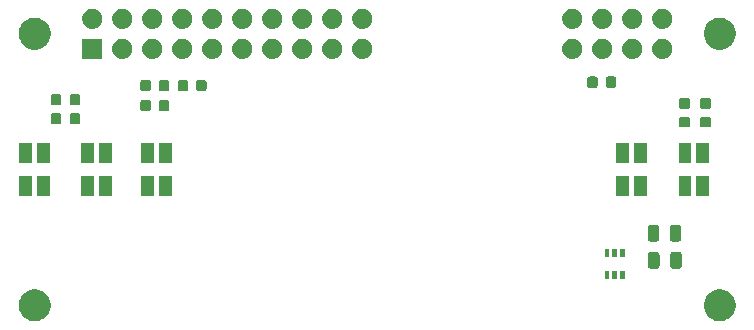
<source format=gts>
G04 #@! TF.GenerationSoftware,KiCad,Pcbnew,(5.0.2)-1*
G04 #@! TF.CreationDate,2019-03-22T12:40:45+11:00*
G04 #@! TF.ProjectId,VeinCamHatZero,5665696e-4361-46d4-9861-745a65726f2e,rev?*
G04 #@! TF.SameCoordinates,Original*
G04 #@! TF.FileFunction,Soldermask,Top*
G04 #@! TF.FilePolarity,Negative*
%FSLAX46Y46*%
G04 Gerber Fmt 4.6, Leading zero omitted, Abs format (unit mm)*
G04 Created by KiCad (PCBNEW (5.0.2)-1) date 22/03/2019 12:40:45*
%MOMM*%
%LPD*%
G01*
G04 APERTURE LIST*
%ADD10C,0.150000*%
G04 APERTURE END LIST*
D10*
G36*
X266893779Y-90201879D02*
X267139466Y-90303646D01*
X267360576Y-90451387D01*
X267548613Y-90639424D01*
X267696354Y-90860534D01*
X267798121Y-91106221D01*
X267850000Y-91367035D01*
X267850000Y-91632965D01*
X267798121Y-91893779D01*
X267696354Y-92139466D01*
X267548613Y-92360576D01*
X267360576Y-92548613D01*
X267139466Y-92696354D01*
X266893779Y-92798121D01*
X266632965Y-92850000D01*
X266367035Y-92850000D01*
X266106221Y-92798121D01*
X265860534Y-92696354D01*
X265639424Y-92548613D01*
X265451387Y-92360576D01*
X265303646Y-92139466D01*
X265201879Y-91893779D01*
X265150000Y-91632965D01*
X265150000Y-91367035D01*
X265201879Y-91106221D01*
X265303646Y-90860534D01*
X265451387Y-90639424D01*
X265639424Y-90451387D01*
X265860534Y-90303646D01*
X266106221Y-90201879D01*
X266367035Y-90150000D01*
X266632965Y-90150000D01*
X266893779Y-90201879D01*
X266893779Y-90201879D01*
G37*
G36*
X208893779Y-90201879D02*
X209139466Y-90303646D01*
X209360576Y-90451387D01*
X209548613Y-90639424D01*
X209696354Y-90860534D01*
X209798121Y-91106221D01*
X209850000Y-91367035D01*
X209850000Y-91632965D01*
X209798121Y-91893779D01*
X209696354Y-92139466D01*
X209548613Y-92360576D01*
X209360576Y-92548613D01*
X209139466Y-92696354D01*
X208893779Y-92798121D01*
X208632965Y-92850000D01*
X208367035Y-92850000D01*
X208106221Y-92798121D01*
X207860534Y-92696354D01*
X207639424Y-92548613D01*
X207451387Y-92360576D01*
X207303646Y-92139466D01*
X207201879Y-91893779D01*
X207150000Y-91632965D01*
X207150000Y-91367035D01*
X207201879Y-91106221D01*
X207303646Y-90860534D01*
X207451387Y-90639424D01*
X207639424Y-90451387D01*
X207860534Y-90303646D01*
X208106221Y-90201879D01*
X208367035Y-90150000D01*
X208632965Y-90150000D01*
X208893779Y-90201879D01*
X208893779Y-90201879D01*
G37*
G36*
X257800000Y-89275000D02*
X257400000Y-89275000D01*
X257400000Y-88625000D01*
X257800000Y-88625000D01*
X257800000Y-89275000D01*
X257800000Y-89275000D01*
G37*
G36*
X257150000Y-89275000D02*
X256750000Y-89275000D01*
X256750000Y-88625000D01*
X257150000Y-88625000D01*
X257150000Y-89275000D01*
X257150000Y-89275000D01*
G37*
G36*
X258450000Y-89275000D02*
X258050000Y-89275000D01*
X258050000Y-88625000D01*
X258450000Y-88625000D01*
X258450000Y-89275000D01*
X258450000Y-89275000D01*
G37*
G36*
X261218880Y-86994441D02*
X261259870Y-87006875D01*
X261297645Y-87027067D01*
X261330759Y-87054243D01*
X261357935Y-87087357D01*
X261378127Y-87125132D01*
X261390561Y-87166122D01*
X261395001Y-87211205D01*
X261395001Y-88168797D01*
X261390561Y-88213880D01*
X261378127Y-88254870D01*
X261357935Y-88292645D01*
X261330759Y-88325759D01*
X261297645Y-88352935D01*
X261259870Y-88373127D01*
X261218880Y-88385561D01*
X261173797Y-88390001D01*
X260641205Y-88390001D01*
X260596122Y-88385561D01*
X260555132Y-88373127D01*
X260517357Y-88352935D01*
X260484243Y-88325759D01*
X260457067Y-88292645D01*
X260436875Y-88254870D01*
X260424441Y-88213880D01*
X260420001Y-88168797D01*
X260420001Y-87211205D01*
X260424441Y-87166122D01*
X260436875Y-87125132D01*
X260457067Y-87087357D01*
X260484243Y-87054243D01*
X260517357Y-87027067D01*
X260555132Y-87006875D01*
X260596122Y-86994441D01*
X260641205Y-86990001D01*
X261173797Y-86990001D01*
X261218880Y-86994441D01*
X261218880Y-86994441D01*
G37*
G36*
X263093880Y-86994441D02*
X263134870Y-87006875D01*
X263172645Y-87027067D01*
X263205759Y-87054243D01*
X263232935Y-87087357D01*
X263253127Y-87125132D01*
X263265561Y-87166122D01*
X263270001Y-87211205D01*
X263270001Y-88168797D01*
X263265561Y-88213880D01*
X263253127Y-88254870D01*
X263232935Y-88292645D01*
X263205759Y-88325759D01*
X263172645Y-88352935D01*
X263134870Y-88373127D01*
X263093880Y-88385561D01*
X263048797Y-88390001D01*
X262516205Y-88390001D01*
X262471122Y-88385561D01*
X262430132Y-88373127D01*
X262392357Y-88352935D01*
X262359243Y-88325759D01*
X262332067Y-88292645D01*
X262311875Y-88254870D01*
X262299441Y-88213880D01*
X262295001Y-88168797D01*
X262295001Y-87211205D01*
X262299441Y-87166122D01*
X262311875Y-87125132D01*
X262332067Y-87087357D01*
X262359243Y-87054243D01*
X262392357Y-87027067D01*
X262430132Y-87006875D01*
X262471122Y-86994441D01*
X262516205Y-86990001D01*
X263048797Y-86990001D01*
X263093880Y-86994441D01*
X263093880Y-86994441D01*
G37*
G36*
X258450000Y-87375000D02*
X258050000Y-87375000D01*
X258050000Y-86725000D01*
X258450000Y-86725000D01*
X258450000Y-87375000D01*
X258450000Y-87375000D01*
G37*
G36*
X257800000Y-87375000D02*
X257400000Y-87375000D01*
X257400000Y-86725000D01*
X257800000Y-86725000D01*
X257800000Y-87375000D01*
X257800000Y-87375000D01*
G37*
G36*
X257150000Y-87375000D02*
X256750000Y-87375000D01*
X256750000Y-86725000D01*
X257150000Y-86725000D01*
X257150000Y-87375000D01*
X257150000Y-87375000D01*
G37*
G36*
X261173879Y-84704440D02*
X261214869Y-84716874D01*
X261252644Y-84737066D01*
X261285758Y-84764242D01*
X261312934Y-84797356D01*
X261333126Y-84835131D01*
X261345560Y-84876121D01*
X261350000Y-84921204D01*
X261350000Y-85878796D01*
X261345560Y-85923879D01*
X261333126Y-85964869D01*
X261312934Y-86002644D01*
X261285758Y-86035758D01*
X261252644Y-86062934D01*
X261214869Y-86083126D01*
X261173879Y-86095560D01*
X261128796Y-86100000D01*
X260596204Y-86100000D01*
X260551121Y-86095560D01*
X260510131Y-86083126D01*
X260472356Y-86062934D01*
X260439242Y-86035758D01*
X260412066Y-86002644D01*
X260391874Y-85964869D01*
X260379440Y-85923879D01*
X260375000Y-85878796D01*
X260375000Y-84921204D01*
X260379440Y-84876121D01*
X260391874Y-84835131D01*
X260412066Y-84797356D01*
X260439242Y-84764242D01*
X260472356Y-84737066D01*
X260510131Y-84716874D01*
X260551121Y-84704440D01*
X260596204Y-84700000D01*
X261128796Y-84700000D01*
X261173879Y-84704440D01*
X261173879Y-84704440D01*
G37*
G36*
X263048879Y-84704440D02*
X263089869Y-84716874D01*
X263127644Y-84737066D01*
X263160758Y-84764242D01*
X263187934Y-84797356D01*
X263208126Y-84835131D01*
X263220560Y-84876121D01*
X263225000Y-84921204D01*
X263225000Y-85878796D01*
X263220560Y-85923879D01*
X263208126Y-85964869D01*
X263187934Y-86002644D01*
X263160758Y-86035758D01*
X263127644Y-86062934D01*
X263089869Y-86083126D01*
X263048879Y-86095560D01*
X263003796Y-86100000D01*
X262471204Y-86100000D01*
X262426121Y-86095560D01*
X262385131Y-86083126D01*
X262347356Y-86062934D01*
X262314242Y-86035758D01*
X262287066Y-86002644D01*
X262266874Y-85964869D01*
X262254440Y-85923879D01*
X262250000Y-85878796D01*
X262250000Y-84921204D01*
X262254440Y-84876121D01*
X262266874Y-84835131D01*
X262287066Y-84797356D01*
X262314242Y-84764242D01*
X262347356Y-84737066D01*
X262385131Y-84716874D01*
X262426121Y-84704440D01*
X262471204Y-84700000D01*
X263003796Y-84700000D01*
X263048879Y-84704440D01*
X263048879Y-84704440D01*
G37*
G36*
X215000000Y-82250000D02*
X213900000Y-82250000D01*
X213900000Y-80550000D01*
X215000000Y-80550000D01*
X215000000Y-82250000D01*
X215000000Y-82250000D01*
G37*
G36*
X218600000Y-82250000D02*
X217500000Y-82250000D01*
X217500000Y-80550000D01*
X218600000Y-80550000D01*
X218600000Y-82250000D01*
X218600000Y-82250000D01*
G37*
G36*
X213500000Y-82250000D02*
X212400000Y-82250000D01*
X212400000Y-80550000D01*
X213500000Y-80550000D01*
X213500000Y-82250000D01*
X213500000Y-82250000D01*
G37*
G36*
X258800000Y-82250000D02*
X257700000Y-82250000D01*
X257700000Y-80550000D01*
X258800000Y-80550000D01*
X258800000Y-82250000D01*
X258800000Y-82250000D01*
G37*
G36*
X260300000Y-82250000D02*
X259200000Y-82250000D01*
X259200000Y-80550000D01*
X260300000Y-80550000D01*
X260300000Y-82250000D01*
X260300000Y-82250000D01*
G37*
G36*
X208300000Y-82250000D02*
X207200000Y-82250000D01*
X207200000Y-80550000D01*
X208300000Y-80550000D01*
X208300000Y-82250000D01*
X208300000Y-82250000D01*
G37*
G36*
X264100000Y-82250000D02*
X263000000Y-82250000D01*
X263000000Y-80550000D01*
X264100000Y-80550000D01*
X264100000Y-82250000D01*
X264100000Y-82250000D01*
G37*
G36*
X265600000Y-82250000D02*
X264500000Y-82250000D01*
X264500000Y-80550000D01*
X265600000Y-80550000D01*
X265600000Y-82250000D01*
X265600000Y-82250000D01*
G37*
G36*
X220100000Y-82250000D02*
X219000000Y-82250000D01*
X219000000Y-80550000D01*
X220100000Y-80550000D01*
X220100000Y-82250000D01*
X220100000Y-82250000D01*
G37*
G36*
X209800000Y-82250000D02*
X208700000Y-82250000D01*
X208700000Y-80550000D01*
X209800000Y-80550000D01*
X209800000Y-82250000D01*
X209800000Y-82250000D01*
G37*
G36*
X264100000Y-79450000D02*
X263000000Y-79450000D01*
X263000000Y-77750000D01*
X264100000Y-77750000D01*
X264100000Y-79450000D01*
X264100000Y-79450000D01*
G37*
G36*
X208300000Y-79450000D02*
X207200000Y-79450000D01*
X207200000Y-77750000D01*
X208300000Y-77750000D01*
X208300000Y-79450000D01*
X208300000Y-79450000D01*
G37*
G36*
X209800000Y-79450000D02*
X208700000Y-79450000D01*
X208700000Y-77750000D01*
X209800000Y-77750000D01*
X209800000Y-79450000D01*
X209800000Y-79450000D01*
G37*
G36*
X213500000Y-79450000D02*
X212400000Y-79450000D01*
X212400000Y-77750000D01*
X213500000Y-77750000D01*
X213500000Y-79450000D01*
X213500000Y-79450000D01*
G37*
G36*
X260300000Y-79450000D02*
X259200000Y-79450000D01*
X259200000Y-77750000D01*
X260300000Y-77750000D01*
X260300000Y-79450000D01*
X260300000Y-79450000D01*
G37*
G36*
X258800000Y-79450000D02*
X257700000Y-79450000D01*
X257700000Y-77750000D01*
X258800000Y-77750000D01*
X258800000Y-79450000D01*
X258800000Y-79450000D01*
G37*
G36*
X220100000Y-79450000D02*
X219000000Y-79450000D01*
X219000000Y-77750000D01*
X220100000Y-77750000D01*
X220100000Y-79450000D01*
X220100000Y-79450000D01*
G37*
G36*
X218600000Y-79450000D02*
X217500000Y-79450000D01*
X217500000Y-77750000D01*
X218600000Y-77750000D01*
X218600000Y-79450000D01*
X218600000Y-79450000D01*
G37*
G36*
X215000000Y-79450000D02*
X213900000Y-79450000D01*
X213900000Y-77750000D01*
X215000000Y-77750000D01*
X215000000Y-79450000D01*
X215000000Y-79450000D01*
G37*
G36*
X265600000Y-79450000D02*
X264500000Y-79450000D01*
X264500000Y-77750000D01*
X265600000Y-77750000D01*
X265600000Y-79450000D01*
X265600000Y-79450000D01*
G37*
G36*
X265619002Y-75553960D02*
X265655301Y-75564971D01*
X265688758Y-75582854D01*
X265718081Y-75606919D01*
X265742146Y-75636242D01*
X265760029Y-75669699D01*
X265771040Y-75705998D01*
X265775000Y-75746204D01*
X265775000Y-76228796D01*
X265771040Y-76269002D01*
X265760029Y-76305301D01*
X265742146Y-76338758D01*
X265718081Y-76368081D01*
X265688758Y-76392146D01*
X265655301Y-76410029D01*
X265619002Y-76421040D01*
X265578796Y-76425000D01*
X265021204Y-76425000D01*
X264980998Y-76421040D01*
X264944699Y-76410029D01*
X264911242Y-76392146D01*
X264881919Y-76368081D01*
X264857854Y-76338758D01*
X264839971Y-76305301D01*
X264828960Y-76269002D01*
X264825000Y-76228796D01*
X264825000Y-75746204D01*
X264828960Y-75705998D01*
X264839971Y-75669699D01*
X264857854Y-75636242D01*
X264881919Y-75606919D01*
X264911242Y-75582854D01*
X264944699Y-75564971D01*
X264980998Y-75553960D01*
X265021204Y-75550000D01*
X265578796Y-75550000D01*
X265619002Y-75553960D01*
X265619002Y-75553960D01*
G37*
G36*
X263819002Y-75553960D02*
X263855301Y-75564971D01*
X263888758Y-75582854D01*
X263918081Y-75606919D01*
X263942146Y-75636242D01*
X263960029Y-75669699D01*
X263971040Y-75705998D01*
X263975000Y-75746204D01*
X263975000Y-76228796D01*
X263971040Y-76269002D01*
X263960029Y-76305301D01*
X263942146Y-76338758D01*
X263918081Y-76368081D01*
X263888758Y-76392146D01*
X263855301Y-76410029D01*
X263819002Y-76421040D01*
X263778796Y-76425000D01*
X263221204Y-76425000D01*
X263180998Y-76421040D01*
X263144699Y-76410029D01*
X263111242Y-76392146D01*
X263081919Y-76368081D01*
X263057854Y-76338758D01*
X263039971Y-76305301D01*
X263028960Y-76269002D01*
X263025000Y-76228796D01*
X263025000Y-75746204D01*
X263028960Y-75705998D01*
X263039971Y-75669699D01*
X263057854Y-75636242D01*
X263081919Y-75606919D01*
X263111242Y-75582854D01*
X263144699Y-75564971D01*
X263180998Y-75553960D01*
X263221204Y-75550000D01*
X263778796Y-75550000D01*
X263819002Y-75553960D01*
X263819002Y-75553960D01*
G37*
G36*
X210594002Y-75228960D02*
X210630301Y-75239971D01*
X210663758Y-75257854D01*
X210693081Y-75281919D01*
X210717146Y-75311242D01*
X210735029Y-75344699D01*
X210746040Y-75380998D01*
X210750000Y-75421204D01*
X210750000Y-75978796D01*
X210746040Y-76019002D01*
X210735029Y-76055301D01*
X210717146Y-76088758D01*
X210693081Y-76118081D01*
X210663758Y-76142146D01*
X210630301Y-76160029D01*
X210594002Y-76171040D01*
X210553796Y-76175000D01*
X210071204Y-76175000D01*
X210030998Y-76171040D01*
X209994699Y-76160029D01*
X209961242Y-76142146D01*
X209931919Y-76118081D01*
X209907854Y-76088758D01*
X209889971Y-76055301D01*
X209878960Y-76019002D01*
X209875000Y-75978796D01*
X209875000Y-75421204D01*
X209878960Y-75380998D01*
X209889971Y-75344699D01*
X209907854Y-75311242D01*
X209931919Y-75281919D01*
X209961242Y-75257854D01*
X209994699Y-75239971D01*
X210030998Y-75228960D01*
X210071204Y-75225000D01*
X210553796Y-75225000D01*
X210594002Y-75228960D01*
X210594002Y-75228960D01*
G37*
G36*
X212169002Y-75228960D02*
X212205301Y-75239971D01*
X212238758Y-75257854D01*
X212268081Y-75281919D01*
X212292146Y-75311242D01*
X212310029Y-75344699D01*
X212321040Y-75380998D01*
X212325000Y-75421204D01*
X212325000Y-75978796D01*
X212321040Y-76019002D01*
X212310029Y-76055301D01*
X212292146Y-76088758D01*
X212268081Y-76118081D01*
X212238758Y-76142146D01*
X212205301Y-76160029D01*
X212169002Y-76171040D01*
X212128796Y-76175000D01*
X211646204Y-76175000D01*
X211605998Y-76171040D01*
X211569699Y-76160029D01*
X211536242Y-76142146D01*
X211506919Y-76118081D01*
X211482854Y-76088758D01*
X211464971Y-76055301D01*
X211453960Y-76019002D01*
X211450000Y-75978796D01*
X211450000Y-75421204D01*
X211453960Y-75380998D01*
X211464971Y-75344699D01*
X211482854Y-75311242D01*
X211506919Y-75281919D01*
X211536242Y-75257854D01*
X211569699Y-75239971D01*
X211605998Y-75228960D01*
X211646204Y-75225000D01*
X212128796Y-75225000D01*
X212169002Y-75228960D01*
X212169002Y-75228960D01*
G37*
G36*
X219730103Y-74128960D02*
X219766402Y-74139971D01*
X219799859Y-74157854D01*
X219829182Y-74181919D01*
X219853247Y-74211242D01*
X219871130Y-74244699D01*
X219882141Y-74280998D01*
X219886101Y-74321204D01*
X219886101Y-74878796D01*
X219882141Y-74919002D01*
X219871130Y-74955301D01*
X219853247Y-74988758D01*
X219829182Y-75018081D01*
X219799859Y-75042146D01*
X219766402Y-75060029D01*
X219730103Y-75071040D01*
X219689897Y-75075000D01*
X219207305Y-75075000D01*
X219167099Y-75071040D01*
X219130800Y-75060029D01*
X219097343Y-75042146D01*
X219068020Y-75018081D01*
X219043955Y-74988758D01*
X219026072Y-74955301D01*
X219015061Y-74919002D01*
X219011101Y-74878796D01*
X219011101Y-74321204D01*
X219015061Y-74280998D01*
X219026072Y-74244699D01*
X219043955Y-74211242D01*
X219068020Y-74181919D01*
X219097343Y-74157854D01*
X219130800Y-74139971D01*
X219167099Y-74128960D01*
X219207305Y-74125000D01*
X219689897Y-74125000D01*
X219730103Y-74128960D01*
X219730103Y-74128960D01*
G37*
G36*
X218155103Y-74128960D02*
X218191402Y-74139971D01*
X218224859Y-74157854D01*
X218254182Y-74181919D01*
X218278247Y-74211242D01*
X218296130Y-74244699D01*
X218307141Y-74280998D01*
X218311101Y-74321204D01*
X218311101Y-74878796D01*
X218307141Y-74919002D01*
X218296130Y-74955301D01*
X218278247Y-74988758D01*
X218254182Y-75018081D01*
X218224859Y-75042146D01*
X218191402Y-75060029D01*
X218155103Y-75071040D01*
X218114897Y-75075000D01*
X217632305Y-75075000D01*
X217592099Y-75071040D01*
X217555800Y-75060029D01*
X217522343Y-75042146D01*
X217493020Y-75018081D01*
X217468955Y-74988758D01*
X217451072Y-74955301D01*
X217440061Y-74919002D01*
X217436101Y-74878796D01*
X217436101Y-74321204D01*
X217440061Y-74280998D01*
X217451072Y-74244699D01*
X217468955Y-74211242D01*
X217493020Y-74181919D01*
X217522343Y-74157854D01*
X217555800Y-74139971D01*
X217592099Y-74128960D01*
X217632305Y-74125000D01*
X218114897Y-74125000D01*
X218155103Y-74128960D01*
X218155103Y-74128960D01*
G37*
G36*
X265619002Y-73978960D02*
X265655301Y-73989971D01*
X265688758Y-74007854D01*
X265718081Y-74031919D01*
X265742146Y-74061242D01*
X265760029Y-74094699D01*
X265771040Y-74130998D01*
X265775000Y-74171204D01*
X265775000Y-74653796D01*
X265771040Y-74694002D01*
X265760029Y-74730301D01*
X265742146Y-74763758D01*
X265718081Y-74793081D01*
X265688758Y-74817146D01*
X265655301Y-74835029D01*
X265619002Y-74846040D01*
X265578796Y-74850000D01*
X265021204Y-74850000D01*
X264980998Y-74846040D01*
X264944699Y-74835029D01*
X264911242Y-74817146D01*
X264881919Y-74793081D01*
X264857854Y-74763758D01*
X264839971Y-74730301D01*
X264828960Y-74694002D01*
X264825000Y-74653796D01*
X264825000Y-74171204D01*
X264828960Y-74130998D01*
X264839971Y-74094699D01*
X264857854Y-74061242D01*
X264881919Y-74031919D01*
X264911242Y-74007854D01*
X264944699Y-73989971D01*
X264980998Y-73978960D01*
X265021204Y-73975000D01*
X265578796Y-73975000D01*
X265619002Y-73978960D01*
X265619002Y-73978960D01*
G37*
G36*
X263819002Y-73978960D02*
X263855301Y-73989971D01*
X263888758Y-74007854D01*
X263918081Y-74031919D01*
X263942146Y-74061242D01*
X263960029Y-74094699D01*
X263971040Y-74130998D01*
X263975000Y-74171204D01*
X263975000Y-74653796D01*
X263971040Y-74694002D01*
X263960029Y-74730301D01*
X263942146Y-74763758D01*
X263918081Y-74793081D01*
X263888758Y-74817146D01*
X263855301Y-74835029D01*
X263819002Y-74846040D01*
X263778796Y-74850000D01*
X263221204Y-74850000D01*
X263180998Y-74846040D01*
X263144699Y-74835029D01*
X263111242Y-74817146D01*
X263081919Y-74793081D01*
X263057854Y-74763758D01*
X263039971Y-74730301D01*
X263028960Y-74694002D01*
X263025000Y-74653796D01*
X263025000Y-74171204D01*
X263028960Y-74130998D01*
X263039971Y-74094699D01*
X263057854Y-74061242D01*
X263081919Y-74031919D01*
X263111242Y-74007854D01*
X263144699Y-73989971D01*
X263180998Y-73978960D01*
X263221204Y-73975000D01*
X263778796Y-73975000D01*
X263819002Y-73978960D01*
X263819002Y-73978960D01*
G37*
G36*
X212169002Y-73628960D02*
X212205301Y-73639971D01*
X212238758Y-73657854D01*
X212268081Y-73681919D01*
X212292146Y-73711242D01*
X212310029Y-73744699D01*
X212321040Y-73780998D01*
X212325000Y-73821204D01*
X212325000Y-74378796D01*
X212321040Y-74419002D01*
X212310029Y-74455301D01*
X212292146Y-74488758D01*
X212268081Y-74518081D01*
X212238758Y-74542146D01*
X212205301Y-74560029D01*
X212169002Y-74571040D01*
X212128796Y-74575000D01*
X211646204Y-74575000D01*
X211605998Y-74571040D01*
X211569699Y-74560029D01*
X211536242Y-74542146D01*
X211506919Y-74518081D01*
X211482854Y-74488758D01*
X211464971Y-74455301D01*
X211453960Y-74419002D01*
X211450000Y-74378796D01*
X211450000Y-73821204D01*
X211453960Y-73780998D01*
X211464971Y-73744699D01*
X211482854Y-73711242D01*
X211506919Y-73681919D01*
X211536242Y-73657854D01*
X211569699Y-73639971D01*
X211605998Y-73628960D01*
X211646204Y-73625000D01*
X212128796Y-73625000D01*
X212169002Y-73628960D01*
X212169002Y-73628960D01*
G37*
G36*
X210594002Y-73628960D02*
X210630301Y-73639971D01*
X210663758Y-73657854D01*
X210693081Y-73681919D01*
X210717146Y-73711242D01*
X210735029Y-73744699D01*
X210746040Y-73780998D01*
X210750000Y-73821204D01*
X210750000Y-74378796D01*
X210746040Y-74419002D01*
X210735029Y-74455301D01*
X210717146Y-74488758D01*
X210693081Y-74518081D01*
X210663758Y-74542146D01*
X210630301Y-74560029D01*
X210594002Y-74571040D01*
X210553796Y-74575000D01*
X210071204Y-74575000D01*
X210030998Y-74571040D01*
X209994699Y-74560029D01*
X209961242Y-74542146D01*
X209931919Y-74518081D01*
X209907854Y-74488758D01*
X209889971Y-74455301D01*
X209878960Y-74419002D01*
X209875000Y-74378796D01*
X209875000Y-73821204D01*
X209878960Y-73780998D01*
X209889971Y-73744699D01*
X209907854Y-73711242D01*
X209931919Y-73681919D01*
X209961242Y-73657854D01*
X209994699Y-73639971D01*
X210030998Y-73628960D01*
X210071204Y-73625000D01*
X210553796Y-73625000D01*
X210594002Y-73628960D01*
X210594002Y-73628960D01*
G37*
G36*
X218155103Y-72428960D02*
X218191402Y-72439971D01*
X218224859Y-72457854D01*
X218254182Y-72481919D01*
X218278247Y-72511242D01*
X218296130Y-72544699D01*
X218307141Y-72580998D01*
X218311101Y-72621204D01*
X218311101Y-73178796D01*
X218307141Y-73219002D01*
X218296130Y-73255301D01*
X218278247Y-73288758D01*
X218254182Y-73318081D01*
X218224859Y-73342146D01*
X218191402Y-73360029D01*
X218155103Y-73371040D01*
X218114897Y-73375000D01*
X217632305Y-73375000D01*
X217592099Y-73371040D01*
X217555800Y-73360029D01*
X217522343Y-73342146D01*
X217493020Y-73318081D01*
X217468955Y-73288758D01*
X217451072Y-73255301D01*
X217440061Y-73219002D01*
X217436101Y-73178796D01*
X217436101Y-72621204D01*
X217440061Y-72580998D01*
X217451072Y-72544699D01*
X217468955Y-72511242D01*
X217493020Y-72481919D01*
X217522343Y-72457854D01*
X217555800Y-72439971D01*
X217592099Y-72428960D01*
X217632305Y-72425000D01*
X218114897Y-72425000D01*
X218155103Y-72428960D01*
X218155103Y-72428960D01*
G37*
G36*
X219730103Y-72428960D02*
X219766402Y-72439971D01*
X219799859Y-72457854D01*
X219829182Y-72481919D01*
X219853247Y-72511242D01*
X219871130Y-72544699D01*
X219882141Y-72580998D01*
X219886101Y-72621204D01*
X219886101Y-73178796D01*
X219882141Y-73219002D01*
X219871130Y-73255301D01*
X219853247Y-73288758D01*
X219829182Y-73318081D01*
X219799859Y-73342146D01*
X219766402Y-73360029D01*
X219730103Y-73371040D01*
X219689897Y-73375000D01*
X219207305Y-73375000D01*
X219167099Y-73371040D01*
X219130800Y-73360029D01*
X219097343Y-73342146D01*
X219068020Y-73318081D01*
X219043955Y-73288758D01*
X219026072Y-73255301D01*
X219015061Y-73219002D01*
X219011101Y-73178796D01*
X219011101Y-72621204D01*
X219015061Y-72580998D01*
X219026072Y-72544699D01*
X219043955Y-72511242D01*
X219068020Y-72481919D01*
X219097343Y-72457854D01*
X219130800Y-72439971D01*
X219167099Y-72428960D01*
X219207305Y-72425000D01*
X219689897Y-72425000D01*
X219730103Y-72428960D01*
X219730103Y-72428960D01*
G37*
G36*
X222881502Y-72428960D02*
X222917801Y-72439971D01*
X222951258Y-72457854D01*
X222980581Y-72481919D01*
X223004646Y-72511242D01*
X223022529Y-72544699D01*
X223033540Y-72580998D01*
X223037500Y-72621204D01*
X223037500Y-73178796D01*
X223033540Y-73219002D01*
X223022529Y-73255301D01*
X223004646Y-73288758D01*
X222980581Y-73318081D01*
X222951258Y-73342146D01*
X222917801Y-73360029D01*
X222881502Y-73371040D01*
X222841296Y-73375000D01*
X222358704Y-73375000D01*
X222318498Y-73371040D01*
X222282199Y-73360029D01*
X222248742Y-73342146D01*
X222219419Y-73318081D01*
X222195354Y-73288758D01*
X222177471Y-73255301D01*
X222166460Y-73219002D01*
X222162500Y-73178796D01*
X222162500Y-72621204D01*
X222166460Y-72580998D01*
X222177471Y-72544699D01*
X222195354Y-72511242D01*
X222219419Y-72481919D01*
X222248742Y-72457854D01*
X222282199Y-72439971D01*
X222318498Y-72428960D01*
X222358704Y-72425000D01*
X222841296Y-72425000D01*
X222881502Y-72428960D01*
X222881502Y-72428960D01*
G37*
G36*
X221306502Y-72428960D02*
X221342801Y-72439971D01*
X221376258Y-72457854D01*
X221405581Y-72481919D01*
X221429646Y-72511242D01*
X221447529Y-72544699D01*
X221458540Y-72580998D01*
X221462500Y-72621204D01*
X221462500Y-73178796D01*
X221458540Y-73219002D01*
X221447529Y-73255301D01*
X221429646Y-73288758D01*
X221405581Y-73318081D01*
X221376258Y-73342146D01*
X221342801Y-73360029D01*
X221306502Y-73371040D01*
X221266296Y-73375000D01*
X220783704Y-73375000D01*
X220743498Y-73371040D01*
X220707199Y-73360029D01*
X220673742Y-73342146D01*
X220644419Y-73318081D01*
X220620354Y-73288758D01*
X220602471Y-73255301D01*
X220591460Y-73219002D01*
X220587500Y-73178796D01*
X220587500Y-72621204D01*
X220591460Y-72580998D01*
X220602471Y-72544699D01*
X220620354Y-72511242D01*
X220644419Y-72481919D01*
X220673742Y-72457854D01*
X220707199Y-72439971D01*
X220743498Y-72428960D01*
X220783704Y-72425000D01*
X221266296Y-72425000D01*
X221306502Y-72428960D01*
X221306502Y-72428960D01*
G37*
G36*
X257569002Y-72128960D02*
X257605301Y-72139971D01*
X257638758Y-72157854D01*
X257668081Y-72181919D01*
X257692146Y-72211242D01*
X257710029Y-72244699D01*
X257721040Y-72280998D01*
X257725000Y-72321204D01*
X257725000Y-72878796D01*
X257721040Y-72919002D01*
X257710029Y-72955301D01*
X257692146Y-72988758D01*
X257668081Y-73018081D01*
X257638758Y-73042146D01*
X257605301Y-73060029D01*
X257569002Y-73071040D01*
X257528796Y-73075000D01*
X257046204Y-73075000D01*
X257005998Y-73071040D01*
X256969699Y-73060029D01*
X256936242Y-73042146D01*
X256906919Y-73018081D01*
X256882854Y-72988758D01*
X256864971Y-72955301D01*
X256853960Y-72919002D01*
X256850000Y-72878796D01*
X256850000Y-72321204D01*
X256853960Y-72280998D01*
X256864971Y-72244699D01*
X256882854Y-72211242D01*
X256906919Y-72181919D01*
X256936242Y-72157854D01*
X256969699Y-72139971D01*
X257005998Y-72128960D01*
X257046204Y-72125000D01*
X257528796Y-72125000D01*
X257569002Y-72128960D01*
X257569002Y-72128960D01*
G37*
G36*
X255994002Y-72128960D02*
X256030301Y-72139971D01*
X256063758Y-72157854D01*
X256093081Y-72181919D01*
X256117146Y-72211242D01*
X256135029Y-72244699D01*
X256146040Y-72280998D01*
X256150000Y-72321204D01*
X256150000Y-72878796D01*
X256146040Y-72919002D01*
X256135029Y-72955301D01*
X256117146Y-72988758D01*
X256093081Y-73018081D01*
X256063758Y-73042146D01*
X256030301Y-73060029D01*
X255994002Y-73071040D01*
X255953796Y-73075000D01*
X255471204Y-73075000D01*
X255430998Y-73071040D01*
X255394699Y-73060029D01*
X255361242Y-73042146D01*
X255331919Y-73018081D01*
X255307854Y-72988758D01*
X255289971Y-72955301D01*
X255278960Y-72919002D01*
X255275000Y-72878796D01*
X255275000Y-72321204D01*
X255278960Y-72280998D01*
X255289971Y-72244699D01*
X255307854Y-72211242D01*
X255331919Y-72181919D01*
X255361242Y-72157854D01*
X255394699Y-72139971D01*
X255430998Y-72128960D01*
X255471204Y-72125000D01*
X255953796Y-72125000D01*
X255994002Y-72128960D01*
X255994002Y-72128960D01*
G37*
G36*
X259256629Y-68932299D02*
X259379563Y-68969591D01*
X259416855Y-68980903D01*
X259470712Y-69009691D01*
X259564517Y-69059830D01*
X259693948Y-69166052D01*
X259800170Y-69295483D01*
X259850309Y-69389288D01*
X259879097Y-69443145D01*
X259879097Y-69443146D01*
X259927701Y-69603371D01*
X259944112Y-69770000D01*
X259927701Y-69936629D01*
X259890409Y-70059563D01*
X259879097Y-70096855D01*
X259850309Y-70150712D01*
X259800170Y-70244517D01*
X259693948Y-70373948D01*
X259564517Y-70480170D01*
X259470712Y-70530309D01*
X259416855Y-70559097D01*
X259379563Y-70570409D01*
X259256629Y-70607701D01*
X259131753Y-70620000D01*
X259048247Y-70620000D01*
X258923371Y-70607701D01*
X258800437Y-70570409D01*
X258763145Y-70559097D01*
X258709288Y-70530309D01*
X258615483Y-70480170D01*
X258486052Y-70373948D01*
X258379830Y-70244517D01*
X258329691Y-70150712D01*
X258300903Y-70096855D01*
X258289591Y-70059563D01*
X258252299Y-69936629D01*
X258235888Y-69770000D01*
X258252299Y-69603371D01*
X258300903Y-69443146D01*
X258300903Y-69443145D01*
X258329691Y-69389288D01*
X258379830Y-69295483D01*
X258486052Y-69166052D01*
X258615483Y-69059830D01*
X258709288Y-69009691D01*
X258763145Y-68980903D01*
X258800437Y-68969591D01*
X258923371Y-68932299D01*
X259048247Y-68920000D01*
X259131753Y-68920000D01*
X259256629Y-68932299D01*
X259256629Y-68932299D01*
G37*
G36*
X254176629Y-68932299D02*
X254299563Y-68969591D01*
X254336855Y-68980903D01*
X254390712Y-69009691D01*
X254484517Y-69059830D01*
X254613948Y-69166052D01*
X254720170Y-69295483D01*
X254770309Y-69389288D01*
X254799097Y-69443145D01*
X254799097Y-69443146D01*
X254847701Y-69603371D01*
X254864112Y-69770000D01*
X254847701Y-69936629D01*
X254810409Y-70059563D01*
X254799097Y-70096855D01*
X254770309Y-70150712D01*
X254720170Y-70244517D01*
X254613948Y-70373948D01*
X254484517Y-70480170D01*
X254390712Y-70530309D01*
X254336855Y-70559097D01*
X254299563Y-70570409D01*
X254176629Y-70607701D01*
X254051753Y-70620000D01*
X253968247Y-70620000D01*
X253843371Y-70607701D01*
X253720437Y-70570409D01*
X253683145Y-70559097D01*
X253629288Y-70530309D01*
X253535483Y-70480170D01*
X253406052Y-70373948D01*
X253299830Y-70244517D01*
X253249691Y-70150712D01*
X253220903Y-70096855D01*
X253209591Y-70059563D01*
X253172299Y-69936629D01*
X253155888Y-69770000D01*
X253172299Y-69603371D01*
X253220903Y-69443146D01*
X253220903Y-69443145D01*
X253249691Y-69389288D01*
X253299830Y-69295483D01*
X253406052Y-69166052D01*
X253535483Y-69059830D01*
X253629288Y-69009691D01*
X253683145Y-68980903D01*
X253720437Y-68969591D01*
X253843371Y-68932299D01*
X253968247Y-68920000D01*
X254051753Y-68920000D01*
X254176629Y-68932299D01*
X254176629Y-68932299D01*
G37*
G36*
X256716629Y-68932299D02*
X256839563Y-68969591D01*
X256876855Y-68980903D01*
X256930712Y-69009691D01*
X257024517Y-69059830D01*
X257153948Y-69166052D01*
X257260170Y-69295483D01*
X257310309Y-69389288D01*
X257339097Y-69443145D01*
X257339097Y-69443146D01*
X257387701Y-69603371D01*
X257404112Y-69770000D01*
X257387701Y-69936629D01*
X257350409Y-70059563D01*
X257339097Y-70096855D01*
X257310309Y-70150712D01*
X257260170Y-70244517D01*
X257153948Y-70373948D01*
X257024517Y-70480170D01*
X256930712Y-70530309D01*
X256876855Y-70559097D01*
X256839563Y-70570409D01*
X256716629Y-70607701D01*
X256591753Y-70620000D01*
X256508247Y-70620000D01*
X256383371Y-70607701D01*
X256260437Y-70570409D01*
X256223145Y-70559097D01*
X256169288Y-70530309D01*
X256075483Y-70480170D01*
X255946052Y-70373948D01*
X255839830Y-70244517D01*
X255789691Y-70150712D01*
X255760903Y-70096855D01*
X255749591Y-70059563D01*
X255712299Y-69936629D01*
X255695888Y-69770000D01*
X255712299Y-69603371D01*
X255760903Y-69443146D01*
X255760903Y-69443145D01*
X255789691Y-69389288D01*
X255839830Y-69295483D01*
X255946052Y-69166052D01*
X256075483Y-69059830D01*
X256169288Y-69009691D01*
X256223145Y-68980903D01*
X256260437Y-68969591D01*
X256383371Y-68932299D01*
X256508247Y-68920000D01*
X256591753Y-68920000D01*
X256716629Y-68932299D01*
X256716629Y-68932299D01*
G37*
G36*
X236396629Y-68932299D02*
X236519563Y-68969591D01*
X236556855Y-68980903D01*
X236610712Y-69009691D01*
X236704517Y-69059830D01*
X236833948Y-69166052D01*
X236940170Y-69295483D01*
X236990309Y-69389288D01*
X237019097Y-69443145D01*
X237019097Y-69443146D01*
X237067701Y-69603371D01*
X237084112Y-69770000D01*
X237067701Y-69936629D01*
X237030409Y-70059563D01*
X237019097Y-70096855D01*
X236990309Y-70150712D01*
X236940170Y-70244517D01*
X236833948Y-70373948D01*
X236704517Y-70480170D01*
X236610712Y-70530309D01*
X236556855Y-70559097D01*
X236519563Y-70570409D01*
X236396629Y-70607701D01*
X236271753Y-70620000D01*
X236188247Y-70620000D01*
X236063371Y-70607701D01*
X235940437Y-70570409D01*
X235903145Y-70559097D01*
X235849288Y-70530309D01*
X235755483Y-70480170D01*
X235626052Y-70373948D01*
X235519830Y-70244517D01*
X235469691Y-70150712D01*
X235440903Y-70096855D01*
X235429591Y-70059563D01*
X235392299Y-69936629D01*
X235375888Y-69770000D01*
X235392299Y-69603371D01*
X235440903Y-69443146D01*
X235440903Y-69443145D01*
X235469691Y-69389288D01*
X235519830Y-69295483D01*
X235626052Y-69166052D01*
X235755483Y-69059830D01*
X235849288Y-69009691D01*
X235903145Y-68980903D01*
X235940437Y-68969591D01*
X236063371Y-68932299D01*
X236188247Y-68920000D01*
X236271753Y-68920000D01*
X236396629Y-68932299D01*
X236396629Y-68932299D01*
G37*
G36*
X261796629Y-68932299D02*
X261919563Y-68969591D01*
X261956855Y-68980903D01*
X262010712Y-69009691D01*
X262104517Y-69059830D01*
X262233948Y-69166052D01*
X262340170Y-69295483D01*
X262390309Y-69389288D01*
X262419097Y-69443145D01*
X262419097Y-69443146D01*
X262467701Y-69603371D01*
X262484112Y-69770000D01*
X262467701Y-69936629D01*
X262430409Y-70059563D01*
X262419097Y-70096855D01*
X262390309Y-70150712D01*
X262340170Y-70244517D01*
X262233948Y-70373948D01*
X262104517Y-70480170D01*
X262010712Y-70530309D01*
X261956855Y-70559097D01*
X261919563Y-70570409D01*
X261796629Y-70607701D01*
X261671753Y-70620000D01*
X261588247Y-70620000D01*
X261463371Y-70607701D01*
X261340437Y-70570409D01*
X261303145Y-70559097D01*
X261249288Y-70530309D01*
X261155483Y-70480170D01*
X261026052Y-70373948D01*
X260919830Y-70244517D01*
X260869691Y-70150712D01*
X260840903Y-70096855D01*
X260829591Y-70059563D01*
X260792299Y-69936629D01*
X260775888Y-69770000D01*
X260792299Y-69603371D01*
X260840903Y-69443146D01*
X260840903Y-69443145D01*
X260869691Y-69389288D01*
X260919830Y-69295483D01*
X261026052Y-69166052D01*
X261155483Y-69059830D01*
X261249288Y-69009691D01*
X261303145Y-68980903D01*
X261340437Y-68969591D01*
X261463371Y-68932299D01*
X261588247Y-68920000D01*
X261671753Y-68920000D01*
X261796629Y-68932299D01*
X261796629Y-68932299D01*
G37*
G36*
X233856629Y-68932299D02*
X233979563Y-68969591D01*
X234016855Y-68980903D01*
X234070712Y-69009691D01*
X234164517Y-69059830D01*
X234293948Y-69166052D01*
X234400170Y-69295483D01*
X234450309Y-69389288D01*
X234479097Y-69443145D01*
X234479097Y-69443146D01*
X234527701Y-69603371D01*
X234544112Y-69770000D01*
X234527701Y-69936629D01*
X234490409Y-70059563D01*
X234479097Y-70096855D01*
X234450309Y-70150712D01*
X234400170Y-70244517D01*
X234293948Y-70373948D01*
X234164517Y-70480170D01*
X234070712Y-70530309D01*
X234016855Y-70559097D01*
X233979563Y-70570409D01*
X233856629Y-70607701D01*
X233731753Y-70620000D01*
X233648247Y-70620000D01*
X233523371Y-70607701D01*
X233400437Y-70570409D01*
X233363145Y-70559097D01*
X233309288Y-70530309D01*
X233215483Y-70480170D01*
X233086052Y-70373948D01*
X232979830Y-70244517D01*
X232929691Y-70150712D01*
X232900903Y-70096855D01*
X232889591Y-70059563D01*
X232852299Y-69936629D01*
X232835888Y-69770000D01*
X232852299Y-69603371D01*
X232900903Y-69443146D01*
X232900903Y-69443145D01*
X232929691Y-69389288D01*
X232979830Y-69295483D01*
X233086052Y-69166052D01*
X233215483Y-69059830D01*
X233309288Y-69009691D01*
X233363145Y-68980903D01*
X233400437Y-68969591D01*
X233523371Y-68932299D01*
X233648247Y-68920000D01*
X233731753Y-68920000D01*
X233856629Y-68932299D01*
X233856629Y-68932299D01*
G37*
G36*
X231316629Y-68932299D02*
X231439563Y-68969591D01*
X231476855Y-68980903D01*
X231530712Y-69009691D01*
X231624517Y-69059830D01*
X231753948Y-69166052D01*
X231860170Y-69295483D01*
X231910309Y-69389288D01*
X231939097Y-69443145D01*
X231939097Y-69443146D01*
X231987701Y-69603371D01*
X232004112Y-69770000D01*
X231987701Y-69936629D01*
X231950409Y-70059563D01*
X231939097Y-70096855D01*
X231910309Y-70150712D01*
X231860170Y-70244517D01*
X231753948Y-70373948D01*
X231624517Y-70480170D01*
X231530712Y-70530309D01*
X231476855Y-70559097D01*
X231439563Y-70570409D01*
X231316629Y-70607701D01*
X231191753Y-70620000D01*
X231108247Y-70620000D01*
X230983371Y-70607701D01*
X230860437Y-70570409D01*
X230823145Y-70559097D01*
X230769288Y-70530309D01*
X230675483Y-70480170D01*
X230546052Y-70373948D01*
X230439830Y-70244517D01*
X230389691Y-70150712D01*
X230360903Y-70096855D01*
X230349591Y-70059563D01*
X230312299Y-69936629D01*
X230295888Y-69770000D01*
X230312299Y-69603371D01*
X230360903Y-69443146D01*
X230360903Y-69443145D01*
X230389691Y-69389288D01*
X230439830Y-69295483D01*
X230546052Y-69166052D01*
X230675483Y-69059830D01*
X230769288Y-69009691D01*
X230823145Y-68980903D01*
X230860437Y-68969591D01*
X230983371Y-68932299D01*
X231108247Y-68920000D01*
X231191753Y-68920000D01*
X231316629Y-68932299D01*
X231316629Y-68932299D01*
G37*
G36*
X221156629Y-68932299D02*
X221279563Y-68969591D01*
X221316855Y-68980903D01*
X221370712Y-69009691D01*
X221464517Y-69059830D01*
X221593948Y-69166052D01*
X221700170Y-69295483D01*
X221750309Y-69389288D01*
X221779097Y-69443145D01*
X221779097Y-69443146D01*
X221827701Y-69603371D01*
X221844112Y-69770000D01*
X221827701Y-69936629D01*
X221790409Y-70059563D01*
X221779097Y-70096855D01*
X221750309Y-70150712D01*
X221700170Y-70244517D01*
X221593948Y-70373948D01*
X221464517Y-70480170D01*
X221370712Y-70530309D01*
X221316855Y-70559097D01*
X221279563Y-70570409D01*
X221156629Y-70607701D01*
X221031753Y-70620000D01*
X220948247Y-70620000D01*
X220823371Y-70607701D01*
X220700437Y-70570409D01*
X220663145Y-70559097D01*
X220609288Y-70530309D01*
X220515483Y-70480170D01*
X220386052Y-70373948D01*
X220279830Y-70244517D01*
X220229691Y-70150712D01*
X220200903Y-70096855D01*
X220189591Y-70059563D01*
X220152299Y-69936629D01*
X220135888Y-69770000D01*
X220152299Y-69603371D01*
X220200903Y-69443146D01*
X220200903Y-69443145D01*
X220229691Y-69389288D01*
X220279830Y-69295483D01*
X220386052Y-69166052D01*
X220515483Y-69059830D01*
X220609288Y-69009691D01*
X220663145Y-68980903D01*
X220700437Y-68969591D01*
X220823371Y-68932299D01*
X220948247Y-68920000D01*
X221031753Y-68920000D01*
X221156629Y-68932299D01*
X221156629Y-68932299D01*
G37*
G36*
X218616629Y-68932299D02*
X218739563Y-68969591D01*
X218776855Y-68980903D01*
X218830712Y-69009691D01*
X218924517Y-69059830D01*
X219053948Y-69166052D01*
X219160170Y-69295483D01*
X219210309Y-69389288D01*
X219239097Y-69443145D01*
X219239097Y-69443146D01*
X219287701Y-69603371D01*
X219304112Y-69770000D01*
X219287701Y-69936629D01*
X219250409Y-70059563D01*
X219239097Y-70096855D01*
X219210309Y-70150712D01*
X219160170Y-70244517D01*
X219053948Y-70373948D01*
X218924517Y-70480170D01*
X218830712Y-70530309D01*
X218776855Y-70559097D01*
X218739563Y-70570409D01*
X218616629Y-70607701D01*
X218491753Y-70620000D01*
X218408247Y-70620000D01*
X218283371Y-70607701D01*
X218160437Y-70570409D01*
X218123145Y-70559097D01*
X218069288Y-70530309D01*
X217975483Y-70480170D01*
X217846052Y-70373948D01*
X217739830Y-70244517D01*
X217689691Y-70150712D01*
X217660903Y-70096855D01*
X217649591Y-70059563D01*
X217612299Y-69936629D01*
X217595888Y-69770000D01*
X217612299Y-69603371D01*
X217660903Y-69443146D01*
X217660903Y-69443145D01*
X217689691Y-69389288D01*
X217739830Y-69295483D01*
X217846052Y-69166052D01*
X217975483Y-69059830D01*
X218069288Y-69009691D01*
X218123145Y-68980903D01*
X218160437Y-68969591D01*
X218283371Y-68932299D01*
X218408247Y-68920000D01*
X218491753Y-68920000D01*
X218616629Y-68932299D01*
X218616629Y-68932299D01*
G37*
G36*
X226236629Y-68932299D02*
X226359563Y-68969591D01*
X226396855Y-68980903D01*
X226450712Y-69009691D01*
X226544517Y-69059830D01*
X226673948Y-69166052D01*
X226780170Y-69295483D01*
X226830309Y-69389288D01*
X226859097Y-69443145D01*
X226859097Y-69443146D01*
X226907701Y-69603371D01*
X226924112Y-69770000D01*
X226907701Y-69936629D01*
X226870409Y-70059563D01*
X226859097Y-70096855D01*
X226830309Y-70150712D01*
X226780170Y-70244517D01*
X226673948Y-70373948D01*
X226544517Y-70480170D01*
X226450712Y-70530309D01*
X226396855Y-70559097D01*
X226359563Y-70570409D01*
X226236629Y-70607701D01*
X226111753Y-70620000D01*
X226028247Y-70620000D01*
X225903371Y-70607701D01*
X225780437Y-70570409D01*
X225743145Y-70559097D01*
X225689288Y-70530309D01*
X225595483Y-70480170D01*
X225466052Y-70373948D01*
X225359830Y-70244517D01*
X225309691Y-70150712D01*
X225280903Y-70096855D01*
X225269591Y-70059563D01*
X225232299Y-69936629D01*
X225215888Y-69770000D01*
X225232299Y-69603371D01*
X225280903Y-69443146D01*
X225280903Y-69443145D01*
X225309691Y-69389288D01*
X225359830Y-69295483D01*
X225466052Y-69166052D01*
X225595483Y-69059830D01*
X225689288Y-69009691D01*
X225743145Y-68980903D01*
X225780437Y-68969591D01*
X225903371Y-68932299D01*
X226028247Y-68920000D01*
X226111753Y-68920000D01*
X226236629Y-68932299D01*
X226236629Y-68932299D01*
G37*
G36*
X216076629Y-68932299D02*
X216199563Y-68969591D01*
X216236855Y-68980903D01*
X216290712Y-69009691D01*
X216384517Y-69059830D01*
X216513948Y-69166052D01*
X216620170Y-69295483D01*
X216670309Y-69389288D01*
X216699097Y-69443145D01*
X216699097Y-69443146D01*
X216747701Y-69603371D01*
X216764112Y-69770000D01*
X216747701Y-69936629D01*
X216710409Y-70059563D01*
X216699097Y-70096855D01*
X216670309Y-70150712D01*
X216620170Y-70244517D01*
X216513948Y-70373948D01*
X216384517Y-70480170D01*
X216290712Y-70530309D01*
X216236855Y-70559097D01*
X216199563Y-70570409D01*
X216076629Y-70607701D01*
X215951753Y-70620000D01*
X215868247Y-70620000D01*
X215743371Y-70607701D01*
X215620437Y-70570409D01*
X215583145Y-70559097D01*
X215529288Y-70530309D01*
X215435483Y-70480170D01*
X215306052Y-70373948D01*
X215199830Y-70244517D01*
X215149691Y-70150712D01*
X215120903Y-70096855D01*
X215109591Y-70059563D01*
X215072299Y-69936629D01*
X215055888Y-69770000D01*
X215072299Y-69603371D01*
X215120903Y-69443146D01*
X215120903Y-69443145D01*
X215149691Y-69389288D01*
X215199830Y-69295483D01*
X215306052Y-69166052D01*
X215435483Y-69059830D01*
X215529288Y-69009691D01*
X215583145Y-68980903D01*
X215620437Y-68969591D01*
X215743371Y-68932299D01*
X215868247Y-68920000D01*
X215951753Y-68920000D01*
X216076629Y-68932299D01*
X216076629Y-68932299D01*
G37*
G36*
X228776629Y-68932299D02*
X228899563Y-68969591D01*
X228936855Y-68980903D01*
X228990712Y-69009691D01*
X229084517Y-69059830D01*
X229213948Y-69166052D01*
X229320170Y-69295483D01*
X229370309Y-69389288D01*
X229399097Y-69443145D01*
X229399097Y-69443146D01*
X229447701Y-69603371D01*
X229464112Y-69770000D01*
X229447701Y-69936629D01*
X229410409Y-70059563D01*
X229399097Y-70096855D01*
X229370309Y-70150712D01*
X229320170Y-70244517D01*
X229213948Y-70373948D01*
X229084517Y-70480170D01*
X228990712Y-70530309D01*
X228936855Y-70559097D01*
X228899563Y-70570409D01*
X228776629Y-70607701D01*
X228651753Y-70620000D01*
X228568247Y-70620000D01*
X228443371Y-70607701D01*
X228320437Y-70570409D01*
X228283145Y-70559097D01*
X228229288Y-70530309D01*
X228135483Y-70480170D01*
X228006052Y-70373948D01*
X227899830Y-70244517D01*
X227849691Y-70150712D01*
X227820903Y-70096855D01*
X227809591Y-70059563D01*
X227772299Y-69936629D01*
X227755888Y-69770000D01*
X227772299Y-69603371D01*
X227820903Y-69443146D01*
X227820903Y-69443145D01*
X227849691Y-69389288D01*
X227899830Y-69295483D01*
X228006052Y-69166052D01*
X228135483Y-69059830D01*
X228229288Y-69009691D01*
X228283145Y-68980903D01*
X228320437Y-68969591D01*
X228443371Y-68932299D01*
X228568247Y-68920000D01*
X228651753Y-68920000D01*
X228776629Y-68932299D01*
X228776629Y-68932299D01*
G37*
G36*
X214220000Y-70620000D02*
X212520000Y-70620000D01*
X212520000Y-68920000D01*
X214220000Y-68920000D01*
X214220000Y-70620000D01*
X214220000Y-70620000D01*
G37*
G36*
X223696629Y-68932299D02*
X223819563Y-68969591D01*
X223856855Y-68980903D01*
X223910712Y-69009691D01*
X224004517Y-69059830D01*
X224133948Y-69166052D01*
X224240170Y-69295483D01*
X224290309Y-69389288D01*
X224319097Y-69443145D01*
X224319097Y-69443146D01*
X224367701Y-69603371D01*
X224384112Y-69770000D01*
X224367701Y-69936629D01*
X224330409Y-70059563D01*
X224319097Y-70096855D01*
X224290309Y-70150712D01*
X224240170Y-70244517D01*
X224133948Y-70373948D01*
X224004517Y-70480170D01*
X223910712Y-70530309D01*
X223856855Y-70559097D01*
X223819563Y-70570409D01*
X223696629Y-70607701D01*
X223571753Y-70620000D01*
X223488247Y-70620000D01*
X223363371Y-70607701D01*
X223240437Y-70570409D01*
X223203145Y-70559097D01*
X223149288Y-70530309D01*
X223055483Y-70480170D01*
X222926052Y-70373948D01*
X222819830Y-70244517D01*
X222769691Y-70150712D01*
X222740903Y-70096855D01*
X222729591Y-70059563D01*
X222692299Y-69936629D01*
X222675888Y-69770000D01*
X222692299Y-69603371D01*
X222740903Y-69443146D01*
X222740903Y-69443145D01*
X222769691Y-69389288D01*
X222819830Y-69295483D01*
X222926052Y-69166052D01*
X223055483Y-69059830D01*
X223149288Y-69009691D01*
X223203145Y-68980903D01*
X223240437Y-68969591D01*
X223363371Y-68932299D01*
X223488247Y-68920000D01*
X223571753Y-68920000D01*
X223696629Y-68932299D01*
X223696629Y-68932299D01*
G37*
G36*
X266893779Y-67201879D02*
X267139466Y-67303646D01*
X267360576Y-67451387D01*
X267548613Y-67639424D01*
X267696354Y-67860534D01*
X267798121Y-68106221D01*
X267850000Y-68367035D01*
X267850000Y-68632965D01*
X267798121Y-68893779D01*
X267696354Y-69139466D01*
X267548613Y-69360576D01*
X267360576Y-69548613D01*
X267139466Y-69696354D01*
X266893779Y-69798121D01*
X266632965Y-69850000D01*
X266367035Y-69850000D01*
X266106221Y-69798121D01*
X265860534Y-69696354D01*
X265639424Y-69548613D01*
X265451387Y-69360576D01*
X265303646Y-69139466D01*
X265201879Y-68893779D01*
X265150000Y-68632965D01*
X265150000Y-68367035D01*
X265201879Y-68106221D01*
X265303646Y-67860534D01*
X265451387Y-67639424D01*
X265639424Y-67451387D01*
X265860534Y-67303646D01*
X266106221Y-67201879D01*
X266367035Y-67150000D01*
X266632965Y-67150000D01*
X266893779Y-67201879D01*
X266893779Y-67201879D01*
G37*
G36*
X208893779Y-67201879D02*
X209139466Y-67303646D01*
X209360576Y-67451387D01*
X209548613Y-67639424D01*
X209696354Y-67860534D01*
X209798121Y-68106221D01*
X209850000Y-68367035D01*
X209850000Y-68632965D01*
X209798121Y-68893779D01*
X209696354Y-69139466D01*
X209548613Y-69360576D01*
X209360576Y-69548613D01*
X209139466Y-69696354D01*
X208893779Y-69798121D01*
X208632965Y-69850000D01*
X208367035Y-69850000D01*
X208106221Y-69798121D01*
X207860534Y-69696354D01*
X207639424Y-69548613D01*
X207451387Y-69360576D01*
X207303646Y-69139466D01*
X207201879Y-68893779D01*
X207150000Y-68632965D01*
X207150000Y-68367035D01*
X207201879Y-68106221D01*
X207303646Y-67860534D01*
X207451387Y-67639424D01*
X207639424Y-67451387D01*
X207860534Y-67303646D01*
X208106221Y-67201879D01*
X208367035Y-67150000D01*
X208632965Y-67150000D01*
X208893779Y-67201879D01*
X208893779Y-67201879D01*
G37*
G36*
X261796629Y-66392299D02*
X261919563Y-66429591D01*
X261956855Y-66440903D01*
X262010712Y-66469691D01*
X262104517Y-66519830D01*
X262233948Y-66626052D01*
X262340170Y-66755483D01*
X262390309Y-66849288D01*
X262419097Y-66903145D01*
X262419097Y-66903146D01*
X262467701Y-67063371D01*
X262484112Y-67230000D01*
X262467701Y-67396629D01*
X262451090Y-67451387D01*
X262419097Y-67556855D01*
X262390309Y-67610712D01*
X262340170Y-67704517D01*
X262233948Y-67833948D01*
X262104517Y-67940170D01*
X262010712Y-67990309D01*
X261956855Y-68019097D01*
X261919563Y-68030409D01*
X261796629Y-68067701D01*
X261671753Y-68080000D01*
X261588247Y-68080000D01*
X261463371Y-68067701D01*
X261340437Y-68030409D01*
X261303145Y-68019097D01*
X261249288Y-67990309D01*
X261155483Y-67940170D01*
X261026052Y-67833948D01*
X260919830Y-67704517D01*
X260869691Y-67610712D01*
X260840903Y-67556855D01*
X260808910Y-67451387D01*
X260792299Y-67396629D01*
X260775888Y-67230000D01*
X260792299Y-67063371D01*
X260840903Y-66903146D01*
X260840903Y-66903145D01*
X260869691Y-66849288D01*
X260919830Y-66755483D01*
X261026052Y-66626052D01*
X261155483Y-66519830D01*
X261249288Y-66469691D01*
X261303145Y-66440903D01*
X261340437Y-66429591D01*
X261463371Y-66392299D01*
X261588247Y-66380000D01*
X261671753Y-66380000D01*
X261796629Y-66392299D01*
X261796629Y-66392299D01*
G37*
G36*
X259256629Y-66392299D02*
X259379563Y-66429591D01*
X259416855Y-66440903D01*
X259470712Y-66469691D01*
X259564517Y-66519830D01*
X259693948Y-66626052D01*
X259800170Y-66755483D01*
X259850309Y-66849288D01*
X259879097Y-66903145D01*
X259879097Y-66903146D01*
X259927701Y-67063371D01*
X259944112Y-67230000D01*
X259927701Y-67396629D01*
X259911090Y-67451387D01*
X259879097Y-67556855D01*
X259850309Y-67610712D01*
X259800170Y-67704517D01*
X259693948Y-67833948D01*
X259564517Y-67940170D01*
X259470712Y-67990309D01*
X259416855Y-68019097D01*
X259379563Y-68030409D01*
X259256629Y-68067701D01*
X259131753Y-68080000D01*
X259048247Y-68080000D01*
X258923371Y-68067701D01*
X258800437Y-68030409D01*
X258763145Y-68019097D01*
X258709288Y-67990309D01*
X258615483Y-67940170D01*
X258486052Y-67833948D01*
X258379830Y-67704517D01*
X258329691Y-67610712D01*
X258300903Y-67556855D01*
X258268910Y-67451387D01*
X258252299Y-67396629D01*
X258235888Y-67230000D01*
X258252299Y-67063371D01*
X258300903Y-66903146D01*
X258300903Y-66903145D01*
X258329691Y-66849288D01*
X258379830Y-66755483D01*
X258486052Y-66626052D01*
X258615483Y-66519830D01*
X258709288Y-66469691D01*
X258763145Y-66440903D01*
X258800437Y-66429591D01*
X258923371Y-66392299D01*
X259048247Y-66380000D01*
X259131753Y-66380000D01*
X259256629Y-66392299D01*
X259256629Y-66392299D01*
G37*
G36*
X256716629Y-66392299D02*
X256839563Y-66429591D01*
X256876855Y-66440903D01*
X256930712Y-66469691D01*
X257024517Y-66519830D01*
X257153948Y-66626052D01*
X257260170Y-66755483D01*
X257310309Y-66849288D01*
X257339097Y-66903145D01*
X257339097Y-66903146D01*
X257387701Y-67063371D01*
X257404112Y-67230000D01*
X257387701Y-67396629D01*
X257371090Y-67451387D01*
X257339097Y-67556855D01*
X257310309Y-67610712D01*
X257260170Y-67704517D01*
X257153948Y-67833948D01*
X257024517Y-67940170D01*
X256930712Y-67990309D01*
X256876855Y-68019097D01*
X256839563Y-68030409D01*
X256716629Y-68067701D01*
X256591753Y-68080000D01*
X256508247Y-68080000D01*
X256383371Y-68067701D01*
X256260437Y-68030409D01*
X256223145Y-68019097D01*
X256169288Y-67990309D01*
X256075483Y-67940170D01*
X255946052Y-67833948D01*
X255839830Y-67704517D01*
X255789691Y-67610712D01*
X255760903Y-67556855D01*
X255728910Y-67451387D01*
X255712299Y-67396629D01*
X255695888Y-67230000D01*
X255712299Y-67063371D01*
X255760903Y-66903146D01*
X255760903Y-66903145D01*
X255789691Y-66849288D01*
X255839830Y-66755483D01*
X255946052Y-66626052D01*
X256075483Y-66519830D01*
X256169288Y-66469691D01*
X256223145Y-66440903D01*
X256260437Y-66429591D01*
X256383371Y-66392299D01*
X256508247Y-66380000D01*
X256591753Y-66380000D01*
X256716629Y-66392299D01*
X256716629Y-66392299D01*
G37*
G36*
X254176629Y-66392299D02*
X254299563Y-66429591D01*
X254336855Y-66440903D01*
X254390712Y-66469691D01*
X254484517Y-66519830D01*
X254613948Y-66626052D01*
X254720170Y-66755483D01*
X254770309Y-66849288D01*
X254799097Y-66903145D01*
X254799097Y-66903146D01*
X254847701Y-67063371D01*
X254864112Y-67230000D01*
X254847701Y-67396629D01*
X254831090Y-67451387D01*
X254799097Y-67556855D01*
X254770309Y-67610712D01*
X254720170Y-67704517D01*
X254613948Y-67833948D01*
X254484517Y-67940170D01*
X254390712Y-67990309D01*
X254336855Y-68019097D01*
X254299563Y-68030409D01*
X254176629Y-68067701D01*
X254051753Y-68080000D01*
X253968247Y-68080000D01*
X253843371Y-68067701D01*
X253720437Y-68030409D01*
X253683145Y-68019097D01*
X253629288Y-67990309D01*
X253535483Y-67940170D01*
X253406052Y-67833948D01*
X253299830Y-67704517D01*
X253249691Y-67610712D01*
X253220903Y-67556855D01*
X253188910Y-67451387D01*
X253172299Y-67396629D01*
X253155888Y-67230000D01*
X253172299Y-67063371D01*
X253220903Y-66903146D01*
X253220903Y-66903145D01*
X253249691Y-66849288D01*
X253299830Y-66755483D01*
X253406052Y-66626052D01*
X253535483Y-66519830D01*
X253629288Y-66469691D01*
X253683145Y-66440903D01*
X253720437Y-66429591D01*
X253843371Y-66392299D01*
X253968247Y-66380000D01*
X254051753Y-66380000D01*
X254176629Y-66392299D01*
X254176629Y-66392299D01*
G37*
G36*
X236396629Y-66392299D02*
X236519563Y-66429591D01*
X236556855Y-66440903D01*
X236610712Y-66469691D01*
X236704517Y-66519830D01*
X236833948Y-66626052D01*
X236940170Y-66755483D01*
X236990309Y-66849288D01*
X237019097Y-66903145D01*
X237019097Y-66903146D01*
X237067701Y-67063371D01*
X237084112Y-67230000D01*
X237067701Y-67396629D01*
X237051090Y-67451387D01*
X237019097Y-67556855D01*
X236990309Y-67610712D01*
X236940170Y-67704517D01*
X236833948Y-67833948D01*
X236704517Y-67940170D01*
X236610712Y-67990309D01*
X236556855Y-68019097D01*
X236519563Y-68030409D01*
X236396629Y-68067701D01*
X236271753Y-68080000D01*
X236188247Y-68080000D01*
X236063371Y-68067701D01*
X235940437Y-68030409D01*
X235903145Y-68019097D01*
X235849288Y-67990309D01*
X235755483Y-67940170D01*
X235626052Y-67833948D01*
X235519830Y-67704517D01*
X235469691Y-67610712D01*
X235440903Y-67556855D01*
X235408910Y-67451387D01*
X235392299Y-67396629D01*
X235375888Y-67230000D01*
X235392299Y-67063371D01*
X235440903Y-66903146D01*
X235440903Y-66903145D01*
X235469691Y-66849288D01*
X235519830Y-66755483D01*
X235626052Y-66626052D01*
X235755483Y-66519830D01*
X235849288Y-66469691D01*
X235903145Y-66440903D01*
X235940437Y-66429591D01*
X236063371Y-66392299D01*
X236188247Y-66380000D01*
X236271753Y-66380000D01*
X236396629Y-66392299D01*
X236396629Y-66392299D01*
G37*
G36*
X233856629Y-66392299D02*
X233979563Y-66429591D01*
X234016855Y-66440903D01*
X234070712Y-66469691D01*
X234164517Y-66519830D01*
X234293948Y-66626052D01*
X234400170Y-66755483D01*
X234450309Y-66849288D01*
X234479097Y-66903145D01*
X234479097Y-66903146D01*
X234527701Y-67063371D01*
X234544112Y-67230000D01*
X234527701Y-67396629D01*
X234511090Y-67451387D01*
X234479097Y-67556855D01*
X234450309Y-67610712D01*
X234400170Y-67704517D01*
X234293948Y-67833948D01*
X234164517Y-67940170D01*
X234070712Y-67990309D01*
X234016855Y-68019097D01*
X233979563Y-68030409D01*
X233856629Y-68067701D01*
X233731753Y-68080000D01*
X233648247Y-68080000D01*
X233523371Y-68067701D01*
X233400437Y-68030409D01*
X233363145Y-68019097D01*
X233309288Y-67990309D01*
X233215483Y-67940170D01*
X233086052Y-67833948D01*
X232979830Y-67704517D01*
X232929691Y-67610712D01*
X232900903Y-67556855D01*
X232868910Y-67451387D01*
X232852299Y-67396629D01*
X232835888Y-67230000D01*
X232852299Y-67063371D01*
X232900903Y-66903146D01*
X232900903Y-66903145D01*
X232929691Y-66849288D01*
X232979830Y-66755483D01*
X233086052Y-66626052D01*
X233215483Y-66519830D01*
X233309288Y-66469691D01*
X233363145Y-66440903D01*
X233400437Y-66429591D01*
X233523371Y-66392299D01*
X233648247Y-66380000D01*
X233731753Y-66380000D01*
X233856629Y-66392299D01*
X233856629Y-66392299D01*
G37*
G36*
X213536629Y-66392299D02*
X213659563Y-66429591D01*
X213696855Y-66440903D01*
X213750712Y-66469691D01*
X213844517Y-66519830D01*
X213973948Y-66626052D01*
X214080170Y-66755483D01*
X214130309Y-66849288D01*
X214159097Y-66903145D01*
X214159097Y-66903146D01*
X214207701Y-67063371D01*
X214224112Y-67230000D01*
X214207701Y-67396629D01*
X214191090Y-67451387D01*
X214159097Y-67556855D01*
X214130309Y-67610712D01*
X214080170Y-67704517D01*
X213973948Y-67833948D01*
X213844517Y-67940170D01*
X213750712Y-67990309D01*
X213696855Y-68019097D01*
X213659563Y-68030409D01*
X213536629Y-68067701D01*
X213411753Y-68080000D01*
X213328247Y-68080000D01*
X213203371Y-68067701D01*
X213080437Y-68030409D01*
X213043145Y-68019097D01*
X212989288Y-67990309D01*
X212895483Y-67940170D01*
X212766052Y-67833948D01*
X212659830Y-67704517D01*
X212609691Y-67610712D01*
X212580903Y-67556855D01*
X212548910Y-67451387D01*
X212532299Y-67396629D01*
X212515888Y-67230000D01*
X212532299Y-67063371D01*
X212580903Y-66903146D01*
X212580903Y-66903145D01*
X212609691Y-66849288D01*
X212659830Y-66755483D01*
X212766052Y-66626052D01*
X212895483Y-66519830D01*
X212989288Y-66469691D01*
X213043145Y-66440903D01*
X213080437Y-66429591D01*
X213203371Y-66392299D01*
X213328247Y-66380000D01*
X213411753Y-66380000D01*
X213536629Y-66392299D01*
X213536629Y-66392299D01*
G37*
G36*
X216076629Y-66392299D02*
X216199563Y-66429591D01*
X216236855Y-66440903D01*
X216290712Y-66469691D01*
X216384517Y-66519830D01*
X216513948Y-66626052D01*
X216620170Y-66755483D01*
X216670309Y-66849288D01*
X216699097Y-66903145D01*
X216699097Y-66903146D01*
X216747701Y-67063371D01*
X216764112Y-67230000D01*
X216747701Y-67396629D01*
X216731090Y-67451387D01*
X216699097Y-67556855D01*
X216670309Y-67610712D01*
X216620170Y-67704517D01*
X216513948Y-67833948D01*
X216384517Y-67940170D01*
X216290712Y-67990309D01*
X216236855Y-68019097D01*
X216199563Y-68030409D01*
X216076629Y-68067701D01*
X215951753Y-68080000D01*
X215868247Y-68080000D01*
X215743371Y-68067701D01*
X215620437Y-68030409D01*
X215583145Y-68019097D01*
X215529288Y-67990309D01*
X215435483Y-67940170D01*
X215306052Y-67833948D01*
X215199830Y-67704517D01*
X215149691Y-67610712D01*
X215120903Y-67556855D01*
X215088910Y-67451387D01*
X215072299Y-67396629D01*
X215055888Y-67230000D01*
X215072299Y-67063371D01*
X215120903Y-66903146D01*
X215120903Y-66903145D01*
X215149691Y-66849288D01*
X215199830Y-66755483D01*
X215306052Y-66626052D01*
X215435483Y-66519830D01*
X215529288Y-66469691D01*
X215583145Y-66440903D01*
X215620437Y-66429591D01*
X215743371Y-66392299D01*
X215868247Y-66380000D01*
X215951753Y-66380000D01*
X216076629Y-66392299D01*
X216076629Y-66392299D01*
G37*
G36*
X218616629Y-66392299D02*
X218739563Y-66429591D01*
X218776855Y-66440903D01*
X218830712Y-66469691D01*
X218924517Y-66519830D01*
X219053948Y-66626052D01*
X219160170Y-66755483D01*
X219210309Y-66849288D01*
X219239097Y-66903145D01*
X219239097Y-66903146D01*
X219287701Y-67063371D01*
X219304112Y-67230000D01*
X219287701Y-67396629D01*
X219271090Y-67451387D01*
X219239097Y-67556855D01*
X219210309Y-67610712D01*
X219160170Y-67704517D01*
X219053948Y-67833948D01*
X218924517Y-67940170D01*
X218830712Y-67990309D01*
X218776855Y-68019097D01*
X218739563Y-68030409D01*
X218616629Y-68067701D01*
X218491753Y-68080000D01*
X218408247Y-68080000D01*
X218283371Y-68067701D01*
X218160437Y-68030409D01*
X218123145Y-68019097D01*
X218069288Y-67990309D01*
X217975483Y-67940170D01*
X217846052Y-67833948D01*
X217739830Y-67704517D01*
X217689691Y-67610712D01*
X217660903Y-67556855D01*
X217628910Y-67451387D01*
X217612299Y-67396629D01*
X217595888Y-67230000D01*
X217612299Y-67063371D01*
X217660903Y-66903146D01*
X217660903Y-66903145D01*
X217689691Y-66849288D01*
X217739830Y-66755483D01*
X217846052Y-66626052D01*
X217975483Y-66519830D01*
X218069288Y-66469691D01*
X218123145Y-66440903D01*
X218160437Y-66429591D01*
X218283371Y-66392299D01*
X218408247Y-66380000D01*
X218491753Y-66380000D01*
X218616629Y-66392299D01*
X218616629Y-66392299D01*
G37*
G36*
X221156629Y-66392299D02*
X221279563Y-66429591D01*
X221316855Y-66440903D01*
X221370712Y-66469691D01*
X221464517Y-66519830D01*
X221593948Y-66626052D01*
X221700170Y-66755483D01*
X221750309Y-66849288D01*
X221779097Y-66903145D01*
X221779097Y-66903146D01*
X221827701Y-67063371D01*
X221844112Y-67230000D01*
X221827701Y-67396629D01*
X221811090Y-67451387D01*
X221779097Y-67556855D01*
X221750309Y-67610712D01*
X221700170Y-67704517D01*
X221593948Y-67833948D01*
X221464517Y-67940170D01*
X221370712Y-67990309D01*
X221316855Y-68019097D01*
X221279563Y-68030409D01*
X221156629Y-68067701D01*
X221031753Y-68080000D01*
X220948247Y-68080000D01*
X220823371Y-68067701D01*
X220700437Y-68030409D01*
X220663145Y-68019097D01*
X220609288Y-67990309D01*
X220515483Y-67940170D01*
X220386052Y-67833948D01*
X220279830Y-67704517D01*
X220229691Y-67610712D01*
X220200903Y-67556855D01*
X220168910Y-67451387D01*
X220152299Y-67396629D01*
X220135888Y-67230000D01*
X220152299Y-67063371D01*
X220200903Y-66903146D01*
X220200903Y-66903145D01*
X220229691Y-66849288D01*
X220279830Y-66755483D01*
X220386052Y-66626052D01*
X220515483Y-66519830D01*
X220609288Y-66469691D01*
X220663145Y-66440903D01*
X220700437Y-66429591D01*
X220823371Y-66392299D01*
X220948247Y-66380000D01*
X221031753Y-66380000D01*
X221156629Y-66392299D01*
X221156629Y-66392299D01*
G37*
G36*
X223696629Y-66392299D02*
X223819563Y-66429591D01*
X223856855Y-66440903D01*
X223910712Y-66469691D01*
X224004517Y-66519830D01*
X224133948Y-66626052D01*
X224240170Y-66755483D01*
X224290309Y-66849288D01*
X224319097Y-66903145D01*
X224319097Y-66903146D01*
X224367701Y-67063371D01*
X224384112Y-67230000D01*
X224367701Y-67396629D01*
X224351090Y-67451387D01*
X224319097Y-67556855D01*
X224290309Y-67610712D01*
X224240170Y-67704517D01*
X224133948Y-67833948D01*
X224004517Y-67940170D01*
X223910712Y-67990309D01*
X223856855Y-68019097D01*
X223819563Y-68030409D01*
X223696629Y-68067701D01*
X223571753Y-68080000D01*
X223488247Y-68080000D01*
X223363371Y-68067701D01*
X223240437Y-68030409D01*
X223203145Y-68019097D01*
X223149288Y-67990309D01*
X223055483Y-67940170D01*
X222926052Y-67833948D01*
X222819830Y-67704517D01*
X222769691Y-67610712D01*
X222740903Y-67556855D01*
X222708910Y-67451387D01*
X222692299Y-67396629D01*
X222675888Y-67230000D01*
X222692299Y-67063371D01*
X222740903Y-66903146D01*
X222740903Y-66903145D01*
X222769691Y-66849288D01*
X222819830Y-66755483D01*
X222926052Y-66626052D01*
X223055483Y-66519830D01*
X223149288Y-66469691D01*
X223203145Y-66440903D01*
X223240437Y-66429591D01*
X223363371Y-66392299D01*
X223488247Y-66380000D01*
X223571753Y-66380000D01*
X223696629Y-66392299D01*
X223696629Y-66392299D01*
G37*
G36*
X228776629Y-66392299D02*
X228899563Y-66429591D01*
X228936855Y-66440903D01*
X228990712Y-66469691D01*
X229084517Y-66519830D01*
X229213948Y-66626052D01*
X229320170Y-66755483D01*
X229370309Y-66849288D01*
X229399097Y-66903145D01*
X229399097Y-66903146D01*
X229447701Y-67063371D01*
X229464112Y-67230000D01*
X229447701Y-67396629D01*
X229431090Y-67451387D01*
X229399097Y-67556855D01*
X229370309Y-67610712D01*
X229320170Y-67704517D01*
X229213948Y-67833948D01*
X229084517Y-67940170D01*
X228990712Y-67990309D01*
X228936855Y-68019097D01*
X228899563Y-68030409D01*
X228776629Y-68067701D01*
X228651753Y-68080000D01*
X228568247Y-68080000D01*
X228443371Y-68067701D01*
X228320437Y-68030409D01*
X228283145Y-68019097D01*
X228229288Y-67990309D01*
X228135483Y-67940170D01*
X228006052Y-67833948D01*
X227899830Y-67704517D01*
X227849691Y-67610712D01*
X227820903Y-67556855D01*
X227788910Y-67451387D01*
X227772299Y-67396629D01*
X227755888Y-67230000D01*
X227772299Y-67063371D01*
X227820903Y-66903146D01*
X227820903Y-66903145D01*
X227849691Y-66849288D01*
X227899830Y-66755483D01*
X228006052Y-66626052D01*
X228135483Y-66519830D01*
X228229288Y-66469691D01*
X228283145Y-66440903D01*
X228320437Y-66429591D01*
X228443371Y-66392299D01*
X228568247Y-66380000D01*
X228651753Y-66380000D01*
X228776629Y-66392299D01*
X228776629Y-66392299D01*
G37*
G36*
X226236629Y-66392299D02*
X226359563Y-66429591D01*
X226396855Y-66440903D01*
X226450712Y-66469691D01*
X226544517Y-66519830D01*
X226673948Y-66626052D01*
X226780170Y-66755483D01*
X226830309Y-66849288D01*
X226859097Y-66903145D01*
X226859097Y-66903146D01*
X226907701Y-67063371D01*
X226924112Y-67230000D01*
X226907701Y-67396629D01*
X226891090Y-67451387D01*
X226859097Y-67556855D01*
X226830309Y-67610712D01*
X226780170Y-67704517D01*
X226673948Y-67833948D01*
X226544517Y-67940170D01*
X226450712Y-67990309D01*
X226396855Y-68019097D01*
X226359563Y-68030409D01*
X226236629Y-68067701D01*
X226111753Y-68080000D01*
X226028247Y-68080000D01*
X225903371Y-68067701D01*
X225780437Y-68030409D01*
X225743145Y-68019097D01*
X225689288Y-67990309D01*
X225595483Y-67940170D01*
X225466052Y-67833948D01*
X225359830Y-67704517D01*
X225309691Y-67610712D01*
X225280903Y-67556855D01*
X225248910Y-67451387D01*
X225232299Y-67396629D01*
X225215888Y-67230000D01*
X225232299Y-67063371D01*
X225280903Y-66903146D01*
X225280903Y-66903145D01*
X225309691Y-66849288D01*
X225359830Y-66755483D01*
X225466052Y-66626052D01*
X225595483Y-66519830D01*
X225689288Y-66469691D01*
X225743145Y-66440903D01*
X225780437Y-66429591D01*
X225903371Y-66392299D01*
X226028247Y-66380000D01*
X226111753Y-66380000D01*
X226236629Y-66392299D01*
X226236629Y-66392299D01*
G37*
G36*
X231316629Y-66392299D02*
X231439563Y-66429591D01*
X231476855Y-66440903D01*
X231530712Y-66469691D01*
X231624517Y-66519830D01*
X231753948Y-66626052D01*
X231860170Y-66755483D01*
X231910309Y-66849288D01*
X231939097Y-66903145D01*
X231939097Y-66903146D01*
X231987701Y-67063371D01*
X232004112Y-67230000D01*
X231987701Y-67396629D01*
X231971090Y-67451387D01*
X231939097Y-67556855D01*
X231910309Y-67610712D01*
X231860170Y-67704517D01*
X231753948Y-67833948D01*
X231624517Y-67940170D01*
X231530712Y-67990309D01*
X231476855Y-68019097D01*
X231439563Y-68030409D01*
X231316629Y-68067701D01*
X231191753Y-68080000D01*
X231108247Y-68080000D01*
X230983371Y-68067701D01*
X230860437Y-68030409D01*
X230823145Y-68019097D01*
X230769288Y-67990309D01*
X230675483Y-67940170D01*
X230546052Y-67833948D01*
X230439830Y-67704517D01*
X230389691Y-67610712D01*
X230360903Y-67556855D01*
X230328910Y-67451387D01*
X230312299Y-67396629D01*
X230295888Y-67230000D01*
X230312299Y-67063371D01*
X230360903Y-66903146D01*
X230360903Y-66903145D01*
X230389691Y-66849288D01*
X230439830Y-66755483D01*
X230546052Y-66626052D01*
X230675483Y-66519830D01*
X230769288Y-66469691D01*
X230823145Y-66440903D01*
X230860437Y-66429591D01*
X230983371Y-66392299D01*
X231108247Y-66380000D01*
X231191753Y-66380000D01*
X231316629Y-66392299D01*
X231316629Y-66392299D01*
G37*
M02*

</source>
